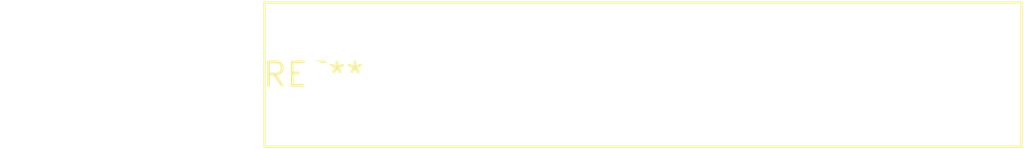
<source format=kicad_pcb>
(kicad_pcb (version 20240108) (generator pcbnew)
  (layers (0 "F.Cu" signal) (31 "B.Cu" signal) (34 "B.Paste" user) (35 "F.Paste" user) (36 "B.SilkS" user "B.Silkscreen") (37 "F.SilkS" user "F.Silkscreen") (38 "B.Mask" user) (39 "F.Mask" user) (44 "Edge.Cuts" user))
  (net 0 "")
  (footprint "TerminalBlock_bornier-8_P5.08mm" (layer "F.Cu") (at 0 0)
    (property "Reference" "REF**")
    (property "Value" "TerminalBlock_bornier-8_P5.08mm")
    (fp_rect (start -2.64 -3.89) (end 38.2 3.89) (layer "F.SilkS") (stroke (width 0.12)) (fill none))
    (pad "1" thru_hole rect (at 0 0) (size 3 3) (drill 1.52) (layers *.Cu *.Mask) (remove_unused_layers))
    (pad "2" thru_hole circle (at 5.08 0) (size 3 3) (drill 1.52) (layers *.Cu *.Mask) (remove_unused_layers))
    (pad "3" thru_hole circle (at 10.16 0) (size 3 3) (drill 1.52) (layers *.Cu *.Mask) (remove_unused_layers))
    (pad "4" thru_hole circle (at 15.24 0) (size 3 3) (drill 1.52) (layers *.Cu *.Mask) (remove_unused_layers))
    (pad "5" thru_hole circle (at 20.32 0) (size 3 3) (drill 1.52) (layers *.Cu *.Mask) (remove_unused_layers))
    (pad "6" thru_hole circle (at 25.4 0) (size 3 3) (drill 1.52) (layers *.Cu *.Mask) (remove_unused_layers))
    (pad "7" thru_hole circle (at 30.48 0) (size 3 3) (drill 1.52) (layers *.Cu *.Mask) (remove_unused_layers))
    (pad "8" thru_hole circle (at 35.56 0) (size 3 3) (drill 1.52) (layers *.Cu *.Mask) (remove_unused_layers))
  )
)
</source>
